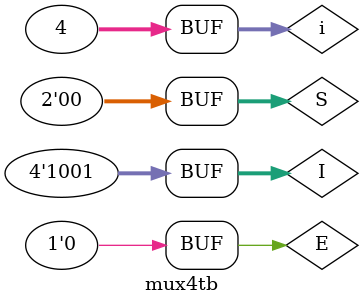
<source format=v>

`timescale 1ns / 1ps

module mux4tb;

	// Inputs
	reg [1:0] S;
	reg [3:0] I;
	reg E;	
	wire Y;
	// Instantiate the Unit Under Test (UUT)
	mux4 uut (
		.S(S), 
		.I(I), 
		.E(E), 
		.Y(Y)
	);
	integer i;
	initial begin
		// Initialize Inputs
		
		S = 0;
		E = 1;
		I = 4'b1001;

		// Wait 100 ns for global reset to finish
		#100;
        
		// Add stimulus here
		for(i = 0; i < 4; i = i + 1)begin
			E = 0;
			S = S + 1;
			#100;
		end

	end
      

endmodule


</source>
